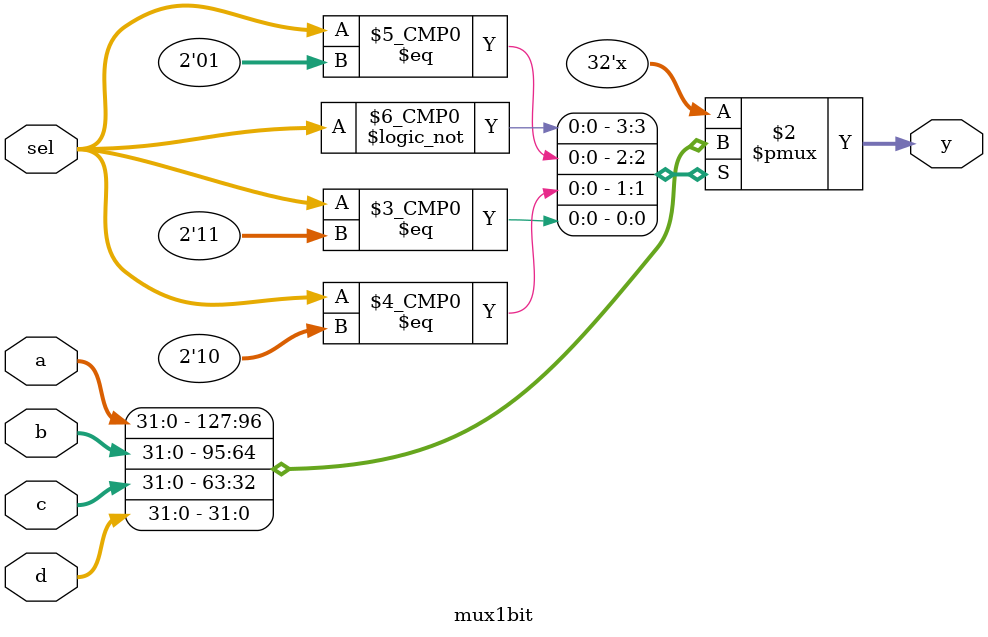
<source format=sv>
module mux1bit (
    input  logic [31:0] a,      // Input 1
    input  logic [31:0] b,      // Input 2
    input  logic [31:0] c,      // Input 3
    input  logic [31:0] d,      // Input 4
    input  logic [1:0] sel,     // 2-bit Select signal
    output logic [31:0] y       // Output
);

    // Multiplexer logic
    always_comb begin
        case (sel)
            2'b00: y = a; // Select input a
            2'b01: y = b; // Select input b
            2'b10: y = c; // Select input c
            2'b11: y = d; // Select input d
            default: y = 32'b0; // Default case (optional)
        endcase
    end

endmodule
</source>
